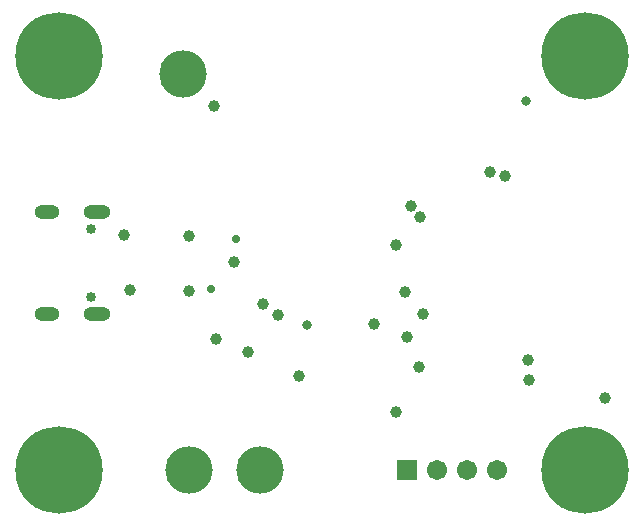
<source format=gbs>
G04*
G04 #@! TF.GenerationSoftware,Altium Limited,Altium Designer,20.0.7 (75)*
G04*
G04 Layer_Color=16711935*
%FSLAX44Y44*%
%MOMM*%
G71*
G01*
G75*
%ADD50C,4.0032*%
%ADD51C,1.7032*%
%ADD52R,1.7032X1.7032*%
%ADD53C,0.8532*%
%ADD54O,2.1032X1.2032*%
%ADD55O,2.3032X1.2032*%
%ADD56C,7.4000*%
%ADD57C,1.0032*%
%ADD58C,0.8032*%
%ADD59C,0.7032*%
G36*
X6410Y34476D02*
X8507Y33950D01*
X2220Y21960D01*
X-2320D01*
X-8596Y33928D01*
Y33928D01*
X-8596D01*
X-6499Y34459D01*
X-2208Y34997D01*
X2117Y35003D01*
X6410Y34476D01*
D02*
G37*
G36*
X17913Y30069D02*
X19771Y28962D01*
X23185Y26308D01*
X26248Y23254D01*
X28911Y19846D01*
X30022Y17991D01*
X17098Y13958D01*
X13888Y17169D01*
X17913Y30069D01*
X17913Y30069D01*
Y30069D01*
D02*
G37*
G36*
X-13958Y17098D02*
X-17169Y13888D01*
X-30069Y17913D01*
X-30069Y17913D01*
X-28962Y19771D01*
X-26308Y23185D01*
X-23254Y26248D01*
X-19846Y28911D01*
X-17991Y30022D01*
X-13958Y17098D01*
D02*
G37*
G36*
X34459Y6499D02*
X34997Y2208D01*
X35003Y-2117D01*
X34476Y-6410D01*
X33950Y-8507D01*
X21960Y-2220D01*
Y2320D01*
X33928Y8596D01*
X33928D01*
X34459Y6499D01*
D02*
G37*
G36*
X-21960Y2220D02*
Y-2320D01*
X-33928Y-8596D01*
X-33928D01*
X-33928Y-8596D01*
X-34459Y-6499D01*
X-34997Y-2208D01*
X-35003Y2117D01*
X-34476Y6410D01*
X-33950Y8507D01*
X-21960Y2220D01*
D02*
G37*
G36*
X30069Y-17913D02*
X30069Y-17913D01*
X30069Y-17913D01*
X28962Y-19771D01*
X26308Y-23186D01*
X23254Y-26248D01*
X19846Y-28911D01*
X17991Y-30022D01*
X13958Y-17098D01*
X17169Y-13888D01*
X30069Y-17913D01*
D02*
G37*
G36*
X-13888Y-17169D02*
X-17913Y-30069D01*
X-17913Y-30069D01*
X-17913D01*
X-19771Y-28962D01*
X-23186Y-26308D01*
X-26248Y-23254D01*
X-28911Y-19846D01*
X-30022Y-17991D01*
X-17098Y-13958D01*
X-13888Y-17169D01*
D02*
G37*
G36*
X8596Y-33928D02*
Y-33928D01*
Y-33928D01*
X6499Y-34459D01*
X2208Y-34997D01*
X-2117Y-35003D01*
X-6410Y-34476D01*
X-8507Y-33950D01*
X-2220Y-21960D01*
X2320D01*
X8596Y-33928D01*
D02*
G37*
G36*
X6410Y384476D02*
X8507Y383950D01*
X2220Y371960D01*
X-2320D01*
X-8596Y383928D01*
Y383928D01*
X-8596D01*
X-6499Y384459D01*
X-2208Y384997D01*
X2117Y385003D01*
X6410Y384476D01*
D02*
G37*
G36*
X17913Y380069D02*
X19771Y378962D01*
X23185Y376308D01*
X26248Y373254D01*
X28911Y369846D01*
X30022Y367991D01*
X17098Y363958D01*
X13888Y367169D01*
X17913Y380069D01*
X17913Y380069D01*
Y380069D01*
D02*
G37*
G36*
X-13958Y367098D02*
X-17169Y363888D01*
X-30069Y367913D01*
X-30069Y367913D01*
X-28962Y369771D01*
X-26308Y373185D01*
X-23254Y376248D01*
X-19846Y378910D01*
X-17991Y380022D01*
X-13958Y367098D01*
D02*
G37*
G36*
X34459Y356499D02*
X34997Y352208D01*
X35003Y347883D01*
X34476Y343590D01*
X33950Y341493D01*
X21960Y347780D01*
Y352320D01*
X33928Y358596D01*
X33928D01*
X34459Y356499D01*
D02*
G37*
G36*
X-21960Y352220D02*
Y347680D01*
X-33928Y341404D01*
X-33928D01*
X-33928Y341404D01*
X-34459Y343501D01*
X-34997Y347792D01*
X-35003Y352117D01*
X-34476Y356410D01*
X-33950Y358507D01*
X-21960Y352220D01*
D02*
G37*
G36*
X30069Y332087D02*
X30069Y332087D01*
X30069Y332087D01*
X28962Y330229D01*
X26308Y326815D01*
X23254Y323752D01*
X19846Y321090D01*
X17991Y319978D01*
X13958Y332902D01*
X17169Y336112D01*
X30069Y332087D01*
D02*
G37*
G36*
X-13888Y332831D02*
X-17913Y319931D01*
X-17913Y319931D01*
X-17913D01*
X-19771Y321038D01*
X-23186Y323692D01*
X-26248Y326746D01*
X-28911Y330154D01*
X-30022Y332009D01*
X-17098Y336042D01*
X-13888Y332831D01*
D02*
G37*
G36*
X8596Y316072D02*
Y316072D01*
Y316072D01*
X6499Y315541D01*
X2208Y315003D01*
X-2117Y314997D01*
X-6410Y315524D01*
X-8507Y316050D01*
X-2220Y328040D01*
X2320D01*
X8596Y316072D01*
D02*
G37*
G36*
X451410Y34476D02*
X453507Y33950D01*
X447220Y21960D01*
X442680D01*
X436404Y33928D01*
Y33928D01*
X436404D01*
X438501Y34459D01*
X442792Y34997D01*
X447117Y35003D01*
X451410Y34476D01*
D02*
G37*
G36*
X462913Y30069D02*
X464771Y28962D01*
X468185Y26308D01*
X471248Y23254D01*
X473910Y19846D01*
X475022Y17991D01*
X462098Y13958D01*
X458888Y17169D01*
X462913Y30069D01*
X462913Y30069D01*
Y30069D01*
D02*
G37*
G36*
X431042Y17098D02*
X427831Y13888D01*
X414931Y17913D01*
X414931Y17913D01*
X416038Y19771D01*
X418692Y23185D01*
X421746Y26248D01*
X425154Y28911D01*
X427009Y30022D01*
X431042Y17098D01*
D02*
G37*
G36*
X479459Y6499D02*
X479997Y2208D01*
X480003Y-2117D01*
X479476Y-6410D01*
X478950Y-8507D01*
X466960Y-2220D01*
Y2320D01*
X478928Y8596D01*
X478928D01*
X479459Y6499D01*
D02*
G37*
G36*
X423040Y2220D02*
Y-2320D01*
X411072Y-8596D01*
X411072D01*
X411072Y-8596D01*
X410541Y-6499D01*
X410003Y-2208D01*
X409997Y2117D01*
X410524Y6410D01*
X411050Y8507D01*
X423040Y2220D01*
D02*
G37*
G36*
X475069Y-17913D02*
X475069Y-17913D01*
X475069Y-17913D01*
X473962Y-19771D01*
X471308Y-23186D01*
X468254Y-26248D01*
X464846Y-28911D01*
X462991Y-30022D01*
X458958Y-17098D01*
X462169Y-13888D01*
X475069Y-17913D01*
D02*
G37*
G36*
X431112Y-17169D02*
X427087Y-30069D01*
X427087Y-30069D01*
X427087D01*
X425229Y-28962D01*
X421815Y-26308D01*
X418752Y-23254D01*
X416090Y-19846D01*
X414978Y-17991D01*
X427902Y-13958D01*
X431112Y-17169D01*
D02*
G37*
G36*
X453596Y-33928D02*
Y-33928D01*
Y-33928D01*
X451499Y-34459D01*
X447208Y-34997D01*
X442883Y-35003D01*
X438590Y-34476D01*
X436493Y-33950D01*
X442780Y-21960D01*
X447320D01*
X453596Y-33928D01*
D02*
G37*
G36*
X451410Y384476D02*
X453507Y383950D01*
X447220Y371960D01*
X442680D01*
X436404Y383928D01*
Y383928D01*
X436404D01*
X438501Y384459D01*
X442792Y384997D01*
X447117Y385003D01*
X451410Y384476D01*
D02*
G37*
G36*
X462913Y380069D02*
X464771Y378962D01*
X468185Y376308D01*
X471248Y373254D01*
X473910Y369846D01*
X475022Y367991D01*
X462098Y363958D01*
X458888Y367169D01*
X462913Y380069D01*
X462913Y380069D01*
Y380069D01*
D02*
G37*
G36*
X431042Y367098D02*
X427831Y363888D01*
X414931Y367913D01*
X414931Y367913D01*
X416038Y369771D01*
X418692Y373185D01*
X421746Y376248D01*
X425154Y378910D01*
X427009Y380022D01*
X431042Y367098D01*
D02*
G37*
G36*
X479459Y356499D02*
X479997Y352208D01*
X480003Y347883D01*
X479476Y343590D01*
X478950Y341493D01*
X466960Y347780D01*
Y352320D01*
X478928Y358596D01*
X478928D01*
X479459Y356499D01*
D02*
G37*
G36*
X423040Y352220D02*
Y347680D01*
X411072Y341404D01*
X411072D01*
X411072Y341404D01*
X410541Y343501D01*
X410003Y347792D01*
X409997Y352117D01*
X410524Y356410D01*
X411050Y358507D01*
X423040Y352220D01*
D02*
G37*
G36*
X475069Y332087D02*
X475069Y332087D01*
X475069Y332087D01*
X473962Y330229D01*
X471308Y326815D01*
X468254Y323752D01*
X464846Y321090D01*
X462991Y319978D01*
X458958Y332902D01*
X462169Y336112D01*
X475069Y332087D01*
D02*
G37*
G36*
X431112Y332831D02*
X427087Y319931D01*
X427087Y319931D01*
X427087D01*
X425229Y321038D01*
X421815Y323692D01*
X418752Y326746D01*
X416090Y330154D01*
X414978Y332009D01*
X427902Y336042D01*
X431112Y332831D01*
D02*
G37*
G36*
X453596Y316072D02*
Y316072D01*
Y316072D01*
X451499Y315541D01*
X447208Y315003D01*
X442883Y314997D01*
X438590Y315524D01*
X436493Y316050D01*
X442780Y328040D01*
X447320D01*
X453596Y316072D01*
D02*
G37*
D50*
X170000Y0D02*
D03*
X110000D02*
D03*
X105000Y335000D02*
D03*
D51*
X319601Y-0D02*
D03*
X345000Y0D02*
D03*
X370400D02*
D03*
D52*
X294201Y-0D02*
D03*
D53*
X27187Y146099D02*
D03*
Y203899D02*
D03*
D54*
X-9814Y131749D02*
D03*
Y218251D02*
D03*
D55*
X32186Y131749D02*
D03*
Y218251D02*
D03*
D56*
X0Y350000D02*
D03*
X445000D02*
D03*
Y0D02*
D03*
X0D02*
D03*
D57*
X305000Y87000D02*
D03*
X60000Y152000D02*
D03*
X267000Y123000D02*
D03*
X203000Y79000D02*
D03*
X160000Y100000D02*
D03*
X133000Y111000D02*
D03*
X172500Y140000D02*
D03*
X185000Y131000D02*
D03*
X285000Y49000D02*
D03*
X462000Y61000D02*
D03*
X365000Y252000D02*
D03*
X397000Y93000D02*
D03*
X306000Y214000D02*
D03*
X298000Y223000D02*
D03*
X398000Y76000D02*
D03*
X308000Y132000D02*
D03*
X378000Y249000D02*
D03*
X295000Y112500D02*
D03*
X285000Y190000D02*
D03*
X293115Y150615D02*
D03*
X148000Y176000D02*
D03*
X55000Y199000D02*
D03*
X131000Y308000D02*
D03*
X110000Y151000D02*
D03*
Y198000D02*
D03*
D58*
X210000Y122500D02*
D03*
X395500Y312500D02*
D03*
D59*
X150000Y195000D02*
D03*
X129000Y153000D02*
D03*
M02*

</source>
